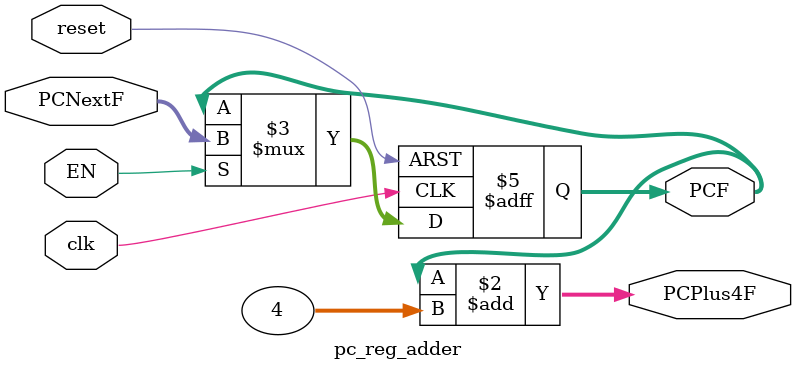
<source format=v>
`timescale 1ns / 1ps

module pc_reg_adder (
    input clk,
    input reset,
    input EN,                    // Active-low enable (0 = stall PC)
    input [31:0] PCNextF,        // Chosen next PC from mux
    output reg [31:0] PCF,       // Current PC going into instruction memory
    output [31:0] PCPlus4F       // PC + 4 for next instruction
);

    always @(posedge clk or posedge reset) begin
        if (reset)
            PCF <= 32'h00000000;     // Start execution at address 0
        else if (EN)
            PCF <= PCNextF;          // Update PC if not stalled
        // else hold current PCF (stall condition)
    end

    // PCPlus4 logic
    assign PCPlus4F = PCF + 32'd4;

endmodule

// PCF is a register, so if no assignment happens in a clocked always block
//it retains its old value automatically.
</source>
